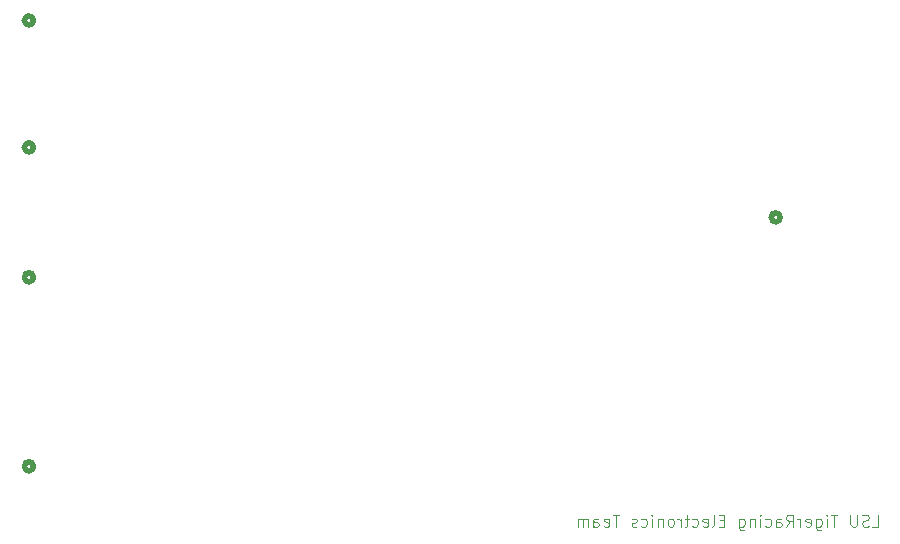
<source format=gbr>
%TF.GenerationSoftware,KiCad,Pcbnew,9.0.0*%
%TF.CreationDate,2025-10-06T07:12:43-05:00*%
%TF.ProjectId,BPSD-2025,42505344-2d32-4303-9235-2e6b69636164,rev?*%
%TF.SameCoordinates,Original*%
%TF.FileFunction,Legend,Bot*%
%TF.FilePolarity,Positive*%
%FSLAX46Y46*%
G04 Gerber Fmt 4.6, Leading zero omitted, Abs format (unit mm)*
G04 Created by KiCad (PCBNEW 9.0.0) date 2025-10-06 07:12:43*
%MOMM*%
%LPD*%
G01*
G04 APERTURE LIST*
%ADD10C,0.100000*%
%ADD11C,0.508000*%
G04 APERTURE END LIST*
D10*
X183619925Y-132472419D02*
X184096115Y-132472419D01*
X184096115Y-132472419D02*
X184096115Y-131472419D01*
X183334210Y-132424800D02*
X183191353Y-132472419D01*
X183191353Y-132472419D02*
X182953258Y-132472419D01*
X182953258Y-132472419D02*
X182858020Y-132424800D01*
X182858020Y-132424800D02*
X182810401Y-132377180D01*
X182810401Y-132377180D02*
X182762782Y-132281942D01*
X182762782Y-132281942D02*
X182762782Y-132186704D01*
X182762782Y-132186704D02*
X182810401Y-132091466D01*
X182810401Y-132091466D02*
X182858020Y-132043847D01*
X182858020Y-132043847D02*
X182953258Y-131996228D01*
X182953258Y-131996228D02*
X183143734Y-131948609D01*
X183143734Y-131948609D02*
X183238972Y-131900990D01*
X183238972Y-131900990D02*
X183286591Y-131853371D01*
X183286591Y-131853371D02*
X183334210Y-131758133D01*
X183334210Y-131758133D02*
X183334210Y-131662895D01*
X183334210Y-131662895D02*
X183286591Y-131567657D01*
X183286591Y-131567657D02*
X183238972Y-131520038D01*
X183238972Y-131520038D02*
X183143734Y-131472419D01*
X183143734Y-131472419D02*
X182905639Y-131472419D01*
X182905639Y-131472419D02*
X182762782Y-131520038D01*
X182334210Y-131472419D02*
X182334210Y-132281942D01*
X182334210Y-132281942D02*
X182286591Y-132377180D01*
X182286591Y-132377180D02*
X182238972Y-132424800D01*
X182238972Y-132424800D02*
X182143734Y-132472419D01*
X182143734Y-132472419D02*
X181953258Y-132472419D01*
X181953258Y-132472419D02*
X181858020Y-132424800D01*
X181858020Y-132424800D02*
X181810401Y-132377180D01*
X181810401Y-132377180D02*
X181762782Y-132281942D01*
X181762782Y-132281942D02*
X181762782Y-131472419D01*
X180667543Y-131472419D02*
X180096115Y-131472419D01*
X180381829Y-132472419D02*
X180381829Y-131472419D01*
X179762781Y-132472419D02*
X179762781Y-131805752D01*
X179762781Y-131472419D02*
X179810400Y-131520038D01*
X179810400Y-131520038D02*
X179762781Y-131567657D01*
X179762781Y-131567657D02*
X179715162Y-131520038D01*
X179715162Y-131520038D02*
X179762781Y-131472419D01*
X179762781Y-131472419D02*
X179762781Y-131567657D01*
X178858020Y-131805752D02*
X178858020Y-132615276D01*
X178858020Y-132615276D02*
X178905639Y-132710514D01*
X178905639Y-132710514D02*
X178953258Y-132758133D01*
X178953258Y-132758133D02*
X179048496Y-132805752D01*
X179048496Y-132805752D02*
X179191353Y-132805752D01*
X179191353Y-132805752D02*
X179286591Y-132758133D01*
X178858020Y-132424800D02*
X178953258Y-132472419D01*
X178953258Y-132472419D02*
X179143734Y-132472419D01*
X179143734Y-132472419D02*
X179238972Y-132424800D01*
X179238972Y-132424800D02*
X179286591Y-132377180D01*
X179286591Y-132377180D02*
X179334210Y-132281942D01*
X179334210Y-132281942D02*
X179334210Y-131996228D01*
X179334210Y-131996228D02*
X179286591Y-131900990D01*
X179286591Y-131900990D02*
X179238972Y-131853371D01*
X179238972Y-131853371D02*
X179143734Y-131805752D01*
X179143734Y-131805752D02*
X178953258Y-131805752D01*
X178953258Y-131805752D02*
X178858020Y-131853371D01*
X178000877Y-132424800D02*
X178096115Y-132472419D01*
X178096115Y-132472419D02*
X178286591Y-132472419D01*
X178286591Y-132472419D02*
X178381829Y-132424800D01*
X178381829Y-132424800D02*
X178429448Y-132329561D01*
X178429448Y-132329561D02*
X178429448Y-131948609D01*
X178429448Y-131948609D02*
X178381829Y-131853371D01*
X178381829Y-131853371D02*
X178286591Y-131805752D01*
X178286591Y-131805752D02*
X178096115Y-131805752D01*
X178096115Y-131805752D02*
X178000877Y-131853371D01*
X178000877Y-131853371D02*
X177953258Y-131948609D01*
X177953258Y-131948609D02*
X177953258Y-132043847D01*
X177953258Y-132043847D02*
X178429448Y-132139085D01*
X177524686Y-132472419D02*
X177524686Y-131805752D01*
X177524686Y-131996228D02*
X177477067Y-131900990D01*
X177477067Y-131900990D02*
X177429448Y-131853371D01*
X177429448Y-131853371D02*
X177334210Y-131805752D01*
X177334210Y-131805752D02*
X177238972Y-131805752D01*
X176334210Y-132472419D02*
X176667543Y-131996228D01*
X176905638Y-132472419D02*
X176905638Y-131472419D01*
X176905638Y-131472419D02*
X176524686Y-131472419D01*
X176524686Y-131472419D02*
X176429448Y-131520038D01*
X176429448Y-131520038D02*
X176381829Y-131567657D01*
X176381829Y-131567657D02*
X176334210Y-131662895D01*
X176334210Y-131662895D02*
X176334210Y-131805752D01*
X176334210Y-131805752D02*
X176381829Y-131900990D01*
X176381829Y-131900990D02*
X176429448Y-131948609D01*
X176429448Y-131948609D02*
X176524686Y-131996228D01*
X176524686Y-131996228D02*
X176905638Y-131996228D01*
X175477067Y-132472419D02*
X175477067Y-131948609D01*
X175477067Y-131948609D02*
X175524686Y-131853371D01*
X175524686Y-131853371D02*
X175619924Y-131805752D01*
X175619924Y-131805752D02*
X175810400Y-131805752D01*
X175810400Y-131805752D02*
X175905638Y-131853371D01*
X175477067Y-132424800D02*
X175572305Y-132472419D01*
X175572305Y-132472419D02*
X175810400Y-132472419D01*
X175810400Y-132472419D02*
X175905638Y-132424800D01*
X175905638Y-132424800D02*
X175953257Y-132329561D01*
X175953257Y-132329561D02*
X175953257Y-132234323D01*
X175953257Y-132234323D02*
X175905638Y-132139085D01*
X175905638Y-132139085D02*
X175810400Y-132091466D01*
X175810400Y-132091466D02*
X175572305Y-132091466D01*
X175572305Y-132091466D02*
X175477067Y-132043847D01*
X174572305Y-132424800D02*
X174667543Y-132472419D01*
X174667543Y-132472419D02*
X174858019Y-132472419D01*
X174858019Y-132472419D02*
X174953257Y-132424800D01*
X174953257Y-132424800D02*
X175000876Y-132377180D01*
X175000876Y-132377180D02*
X175048495Y-132281942D01*
X175048495Y-132281942D02*
X175048495Y-131996228D01*
X175048495Y-131996228D02*
X175000876Y-131900990D01*
X175000876Y-131900990D02*
X174953257Y-131853371D01*
X174953257Y-131853371D02*
X174858019Y-131805752D01*
X174858019Y-131805752D02*
X174667543Y-131805752D01*
X174667543Y-131805752D02*
X174572305Y-131853371D01*
X174143733Y-132472419D02*
X174143733Y-131805752D01*
X174143733Y-131472419D02*
X174191352Y-131520038D01*
X174191352Y-131520038D02*
X174143733Y-131567657D01*
X174143733Y-131567657D02*
X174096114Y-131520038D01*
X174096114Y-131520038D02*
X174143733Y-131472419D01*
X174143733Y-131472419D02*
X174143733Y-131567657D01*
X173667543Y-131805752D02*
X173667543Y-132472419D01*
X173667543Y-131900990D02*
X173619924Y-131853371D01*
X173619924Y-131853371D02*
X173524686Y-131805752D01*
X173524686Y-131805752D02*
X173381829Y-131805752D01*
X173381829Y-131805752D02*
X173286591Y-131853371D01*
X173286591Y-131853371D02*
X173238972Y-131948609D01*
X173238972Y-131948609D02*
X173238972Y-132472419D01*
X172334210Y-131805752D02*
X172334210Y-132615276D01*
X172334210Y-132615276D02*
X172381829Y-132710514D01*
X172381829Y-132710514D02*
X172429448Y-132758133D01*
X172429448Y-132758133D02*
X172524686Y-132805752D01*
X172524686Y-132805752D02*
X172667543Y-132805752D01*
X172667543Y-132805752D02*
X172762781Y-132758133D01*
X172334210Y-132424800D02*
X172429448Y-132472419D01*
X172429448Y-132472419D02*
X172619924Y-132472419D01*
X172619924Y-132472419D02*
X172715162Y-132424800D01*
X172715162Y-132424800D02*
X172762781Y-132377180D01*
X172762781Y-132377180D02*
X172810400Y-132281942D01*
X172810400Y-132281942D02*
X172810400Y-131996228D01*
X172810400Y-131996228D02*
X172762781Y-131900990D01*
X172762781Y-131900990D02*
X172715162Y-131853371D01*
X172715162Y-131853371D02*
X172619924Y-131805752D01*
X172619924Y-131805752D02*
X172429448Y-131805752D01*
X172429448Y-131805752D02*
X172334210Y-131853371D01*
X171096114Y-131948609D02*
X170762781Y-131948609D01*
X170619924Y-132472419D02*
X171096114Y-132472419D01*
X171096114Y-132472419D02*
X171096114Y-131472419D01*
X171096114Y-131472419D02*
X170619924Y-131472419D01*
X170048495Y-132472419D02*
X170143733Y-132424800D01*
X170143733Y-132424800D02*
X170191352Y-132329561D01*
X170191352Y-132329561D02*
X170191352Y-131472419D01*
X169286590Y-132424800D02*
X169381828Y-132472419D01*
X169381828Y-132472419D02*
X169572304Y-132472419D01*
X169572304Y-132472419D02*
X169667542Y-132424800D01*
X169667542Y-132424800D02*
X169715161Y-132329561D01*
X169715161Y-132329561D02*
X169715161Y-131948609D01*
X169715161Y-131948609D02*
X169667542Y-131853371D01*
X169667542Y-131853371D02*
X169572304Y-131805752D01*
X169572304Y-131805752D02*
X169381828Y-131805752D01*
X169381828Y-131805752D02*
X169286590Y-131853371D01*
X169286590Y-131853371D02*
X169238971Y-131948609D01*
X169238971Y-131948609D02*
X169238971Y-132043847D01*
X169238971Y-132043847D02*
X169715161Y-132139085D01*
X168381828Y-132424800D02*
X168477066Y-132472419D01*
X168477066Y-132472419D02*
X168667542Y-132472419D01*
X168667542Y-132472419D02*
X168762780Y-132424800D01*
X168762780Y-132424800D02*
X168810399Y-132377180D01*
X168810399Y-132377180D02*
X168858018Y-132281942D01*
X168858018Y-132281942D02*
X168858018Y-131996228D01*
X168858018Y-131996228D02*
X168810399Y-131900990D01*
X168810399Y-131900990D02*
X168762780Y-131853371D01*
X168762780Y-131853371D02*
X168667542Y-131805752D01*
X168667542Y-131805752D02*
X168477066Y-131805752D01*
X168477066Y-131805752D02*
X168381828Y-131853371D01*
X168096113Y-131805752D02*
X167715161Y-131805752D01*
X167953256Y-131472419D02*
X167953256Y-132329561D01*
X167953256Y-132329561D02*
X167905637Y-132424800D01*
X167905637Y-132424800D02*
X167810399Y-132472419D01*
X167810399Y-132472419D02*
X167715161Y-132472419D01*
X167381827Y-132472419D02*
X167381827Y-131805752D01*
X167381827Y-131996228D02*
X167334208Y-131900990D01*
X167334208Y-131900990D02*
X167286589Y-131853371D01*
X167286589Y-131853371D02*
X167191351Y-131805752D01*
X167191351Y-131805752D02*
X167096113Y-131805752D01*
X166619922Y-132472419D02*
X166715160Y-132424800D01*
X166715160Y-132424800D02*
X166762779Y-132377180D01*
X166762779Y-132377180D02*
X166810398Y-132281942D01*
X166810398Y-132281942D02*
X166810398Y-131996228D01*
X166810398Y-131996228D02*
X166762779Y-131900990D01*
X166762779Y-131900990D02*
X166715160Y-131853371D01*
X166715160Y-131853371D02*
X166619922Y-131805752D01*
X166619922Y-131805752D02*
X166477065Y-131805752D01*
X166477065Y-131805752D02*
X166381827Y-131853371D01*
X166381827Y-131853371D02*
X166334208Y-131900990D01*
X166334208Y-131900990D02*
X166286589Y-131996228D01*
X166286589Y-131996228D02*
X166286589Y-132281942D01*
X166286589Y-132281942D02*
X166334208Y-132377180D01*
X166334208Y-132377180D02*
X166381827Y-132424800D01*
X166381827Y-132424800D02*
X166477065Y-132472419D01*
X166477065Y-132472419D02*
X166619922Y-132472419D01*
X165858017Y-131805752D02*
X165858017Y-132472419D01*
X165858017Y-131900990D02*
X165810398Y-131853371D01*
X165810398Y-131853371D02*
X165715160Y-131805752D01*
X165715160Y-131805752D02*
X165572303Y-131805752D01*
X165572303Y-131805752D02*
X165477065Y-131853371D01*
X165477065Y-131853371D02*
X165429446Y-131948609D01*
X165429446Y-131948609D02*
X165429446Y-132472419D01*
X164953255Y-132472419D02*
X164953255Y-131805752D01*
X164953255Y-131472419D02*
X165000874Y-131520038D01*
X165000874Y-131520038D02*
X164953255Y-131567657D01*
X164953255Y-131567657D02*
X164905636Y-131520038D01*
X164905636Y-131520038D02*
X164953255Y-131472419D01*
X164953255Y-131472419D02*
X164953255Y-131567657D01*
X164048494Y-132424800D02*
X164143732Y-132472419D01*
X164143732Y-132472419D02*
X164334208Y-132472419D01*
X164334208Y-132472419D02*
X164429446Y-132424800D01*
X164429446Y-132424800D02*
X164477065Y-132377180D01*
X164477065Y-132377180D02*
X164524684Y-132281942D01*
X164524684Y-132281942D02*
X164524684Y-131996228D01*
X164524684Y-131996228D02*
X164477065Y-131900990D01*
X164477065Y-131900990D02*
X164429446Y-131853371D01*
X164429446Y-131853371D02*
X164334208Y-131805752D01*
X164334208Y-131805752D02*
X164143732Y-131805752D01*
X164143732Y-131805752D02*
X164048494Y-131853371D01*
X163667541Y-132424800D02*
X163572303Y-132472419D01*
X163572303Y-132472419D02*
X163381827Y-132472419D01*
X163381827Y-132472419D02*
X163286589Y-132424800D01*
X163286589Y-132424800D02*
X163238970Y-132329561D01*
X163238970Y-132329561D02*
X163238970Y-132281942D01*
X163238970Y-132281942D02*
X163286589Y-132186704D01*
X163286589Y-132186704D02*
X163381827Y-132139085D01*
X163381827Y-132139085D02*
X163524684Y-132139085D01*
X163524684Y-132139085D02*
X163619922Y-132091466D01*
X163619922Y-132091466D02*
X163667541Y-131996228D01*
X163667541Y-131996228D02*
X163667541Y-131948609D01*
X163667541Y-131948609D02*
X163619922Y-131853371D01*
X163619922Y-131853371D02*
X163524684Y-131805752D01*
X163524684Y-131805752D02*
X163381827Y-131805752D01*
X163381827Y-131805752D02*
X163286589Y-131853371D01*
X162191350Y-131472419D02*
X161619922Y-131472419D01*
X161905636Y-132472419D02*
X161905636Y-131472419D01*
X160905636Y-132424800D02*
X161000874Y-132472419D01*
X161000874Y-132472419D02*
X161191350Y-132472419D01*
X161191350Y-132472419D02*
X161286588Y-132424800D01*
X161286588Y-132424800D02*
X161334207Y-132329561D01*
X161334207Y-132329561D02*
X161334207Y-131948609D01*
X161334207Y-131948609D02*
X161286588Y-131853371D01*
X161286588Y-131853371D02*
X161191350Y-131805752D01*
X161191350Y-131805752D02*
X161000874Y-131805752D01*
X161000874Y-131805752D02*
X160905636Y-131853371D01*
X160905636Y-131853371D02*
X160858017Y-131948609D01*
X160858017Y-131948609D02*
X160858017Y-132043847D01*
X160858017Y-132043847D02*
X161334207Y-132139085D01*
X160000874Y-132472419D02*
X160000874Y-131948609D01*
X160000874Y-131948609D02*
X160048493Y-131853371D01*
X160048493Y-131853371D02*
X160143731Y-131805752D01*
X160143731Y-131805752D02*
X160334207Y-131805752D01*
X160334207Y-131805752D02*
X160429445Y-131853371D01*
X160000874Y-132424800D02*
X160096112Y-132472419D01*
X160096112Y-132472419D02*
X160334207Y-132472419D01*
X160334207Y-132472419D02*
X160429445Y-132424800D01*
X160429445Y-132424800D02*
X160477064Y-132329561D01*
X160477064Y-132329561D02*
X160477064Y-132234323D01*
X160477064Y-132234323D02*
X160429445Y-132139085D01*
X160429445Y-132139085D02*
X160334207Y-132091466D01*
X160334207Y-132091466D02*
X160096112Y-132091466D01*
X160096112Y-132091466D02*
X160000874Y-132043847D01*
X159524683Y-132472419D02*
X159524683Y-131805752D01*
X159524683Y-131900990D02*
X159477064Y-131853371D01*
X159477064Y-131853371D02*
X159381826Y-131805752D01*
X159381826Y-131805752D02*
X159238969Y-131805752D01*
X159238969Y-131805752D02*
X159143731Y-131853371D01*
X159143731Y-131853371D02*
X159096112Y-131948609D01*
X159096112Y-131948609D02*
X159096112Y-132472419D01*
X159096112Y-131948609D02*
X159048493Y-131853371D01*
X159048493Y-131853371D02*
X158953255Y-131805752D01*
X158953255Y-131805752D02*
X158810398Y-131805752D01*
X158810398Y-131805752D02*
X158715159Y-131853371D01*
X158715159Y-131853371D02*
X158667540Y-131948609D01*
X158667540Y-131948609D02*
X158667540Y-132472419D01*
D11*
%TO.C,J4*%
X112591606Y-127371900D02*
G75*
G02*
X111829606Y-127371900I-381000J0D01*
G01*
X111829606Y-127371900D02*
G75*
G02*
X112591606Y-127371900I381000J0D01*
G01*
%TO.C,J5*%
X175822895Y-106299600D02*
G75*
G02*
X175060895Y-106299600I-381000J0D01*
G01*
X175060895Y-106299600D02*
G75*
G02*
X175822895Y-106299600I381000J0D01*
G01*
%TO.C,J1*%
X112591606Y-111370000D02*
G75*
G02*
X111829606Y-111370000I-381000J0D01*
G01*
X111829606Y-111370000D02*
G75*
G02*
X112591606Y-111370000I381000J0D01*
G01*
%TO.C,J3*%
X112591606Y-89625400D02*
G75*
G02*
X111829606Y-89625400I-381000J0D01*
G01*
X111829606Y-89625400D02*
G75*
G02*
X112591606Y-89625400I381000J0D01*
G01*
%TO.C,J2*%
X112591606Y-100370000D02*
G75*
G02*
X111829606Y-100370000I-381000J0D01*
G01*
X111829606Y-100370000D02*
G75*
G02*
X112591606Y-100370000I381000J0D01*
G01*
%TD*%
M02*

</source>
